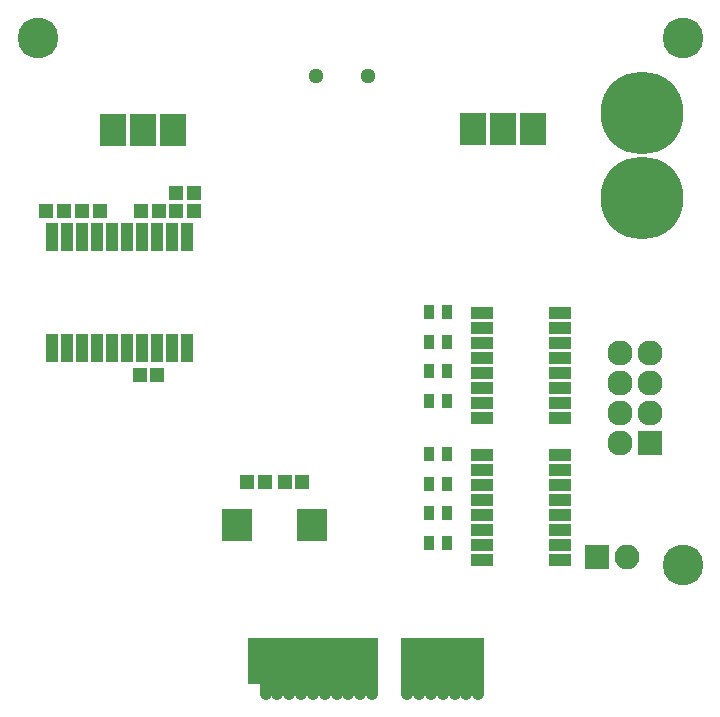
<source format=gbs>
G04 #@! TF.FileFunction,Soldermask,Bot*
%FSLAX46Y46*%
G04 Gerber Fmt 4.6, Leading zero omitted, Abs format (unit mm)*
G04 Created by KiCad (PCBNEW 4.0.7) date 01/05/18 11:34:56*
%MOMM*%
%LPD*%
G01*
G04 APERTURE LIST*
%ADD10C,0.100000*%
%ADD11C,3.448000*%
%ADD12R,1.200000X1.150000*%
%ADD13R,1.050000X4.000000*%
%ADD14R,1.050000X5.000000*%
%ADD15O,1.050000X1.050000*%
%ADD16R,2.178000X2.686000*%
%ADD17R,2.127200X2.127200*%
%ADD18O,2.127200X2.127200*%
%ADD19C,1.299160*%
%ADD20C,7.004000*%
%ADD21R,0.900000X1.300000*%
%ADD22R,1.000000X2.350000*%
%ADD23R,1.900000X1.000000*%
%ADD24R,2.599640X2.800300*%
%ADD25R,2.100000X2.100000*%
%ADD26O,2.100000X2.100000*%
G04 APERTURE END LIST*
D10*
D11*
X177292000Y-117398800D03*
X177292000Y-72745600D03*
D12*
X135940000Y-87466000D03*
X134440000Y-87466000D03*
X135940000Y-85866000D03*
X134440000Y-85866000D03*
X132830000Y-101346000D03*
X131330000Y-101346000D03*
X132940000Y-87466000D03*
X131440000Y-87466000D03*
X126440000Y-87466000D03*
X127940000Y-87466000D03*
X123440000Y-87466000D03*
X124940000Y-87466000D03*
X141950000Y-110400000D03*
X140450000Y-110400000D03*
X143600000Y-110400000D03*
X145100000Y-110400000D03*
D13*
X141000000Y-125500000D03*
D14*
X142000000Y-126000000D03*
X143000000Y-126000000D03*
X144000000Y-126000000D03*
X145000000Y-126000000D03*
X146000000Y-126000000D03*
X147000000Y-126000000D03*
X148000000Y-126000000D03*
X149000000Y-126000000D03*
X150000000Y-126000000D03*
X151000000Y-126000000D03*
X156000000Y-126000000D03*
X157000000Y-126000000D03*
X158000000Y-126000000D03*
X159000000Y-126000000D03*
X160000000Y-126000000D03*
X154000000Y-126000000D03*
X155000000Y-126000000D03*
D15*
X144000000Y-128300000D03*
X145000000Y-128300000D03*
X146000000Y-128300000D03*
X147000000Y-128300000D03*
X148000000Y-128300000D03*
X149000000Y-128300000D03*
X150000000Y-128300000D03*
X156000000Y-128300000D03*
X157000000Y-128300000D03*
X143000000Y-128300000D03*
X155000000Y-128300000D03*
X158000000Y-128300000D03*
X151000000Y-128300000D03*
X154000000Y-128300000D03*
X159000000Y-128300000D03*
X160000000Y-128300000D03*
X142000000Y-128300000D03*
D16*
X134140000Y-80600000D03*
X131600000Y-80600000D03*
X129060000Y-80600000D03*
X164600000Y-80500000D03*
X162060000Y-80500000D03*
X159520000Y-80500000D03*
D17*
X174562000Y-107080000D03*
D18*
X172022000Y-107080000D03*
X174562000Y-104540000D03*
X172022000Y-104540000D03*
X174562000Y-102000000D03*
X172022000Y-102000000D03*
X174562000Y-99460000D03*
X172022000Y-99460000D03*
D19*
X150700000Y-76000000D03*
X146300720Y-76000000D03*
D20*
X173900000Y-86300000D03*
X173900000Y-79137200D03*
D21*
X157370000Y-96008000D03*
X155870000Y-96008000D03*
X157370000Y-108008000D03*
X155870000Y-108008000D03*
X157370000Y-98508000D03*
X155870000Y-98508000D03*
X157370000Y-110508000D03*
X155870000Y-110508000D03*
X157370000Y-101008000D03*
X155870000Y-101008000D03*
X157370000Y-113008000D03*
X155870000Y-113008000D03*
X157370000Y-103508000D03*
X155870000Y-103508000D03*
D22*
X135370000Y-99066000D03*
X134100000Y-99066000D03*
X132830000Y-99066000D03*
X131560000Y-99066000D03*
X130290000Y-99066000D03*
X129020000Y-99066000D03*
X127750000Y-99066000D03*
X126480000Y-99066000D03*
X125210000Y-99066000D03*
X123940000Y-99066000D03*
X123940000Y-89666000D03*
X125210000Y-89666000D03*
X126480000Y-89666000D03*
X127750000Y-89666000D03*
X129020000Y-89666000D03*
X130290000Y-89666000D03*
X131560000Y-89666000D03*
X132830000Y-89666000D03*
X134100000Y-89666000D03*
X135370000Y-89666000D03*
D23*
X160320000Y-104953000D03*
X160320000Y-103683000D03*
X160320000Y-102413000D03*
X160320000Y-101143000D03*
X160320000Y-99873000D03*
X160320000Y-98603000D03*
X160320000Y-97333000D03*
X160320000Y-96063000D03*
X166920000Y-96063000D03*
X166920000Y-97333000D03*
X166920000Y-98603000D03*
X166920000Y-99873000D03*
X166920000Y-101143000D03*
X166920000Y-102413000D03*
X166920000Y-103683000D03*
X166920000Y-104953000D03*
X160320000Y-116953000D03*
X160320000Y-115683000D03*
X160320000Y-114413000D03*
X160320000Y-113143000D03*
X160320000Y-111873000D03*
X160320000Y-110603000D03*
X160320000Y-109333000D03*
X160320000Y-108063000D03*
X166920000Y-108063000D03*
X166920000Y-109333000D03*
X166920000Y-110603000D03*
X166920000Y-111873000D03*
X166920000Y-113143000D03*
X166920000Y-114413000D03*
X166920000Y-115683000D03*
X166920000Y-116953000D03*
D24*
X139600400Y-114000000D03*
X145899600Y-114000000D03*
D11*
X122682000Y-72745600D03*
D25*
X170027600Y-116687600D03*
D26*
X172567600Y-116687600D03*
D21*
X157366400Y-115519200D03*
X155866400Y-115519200D03*
M02*

</source>
